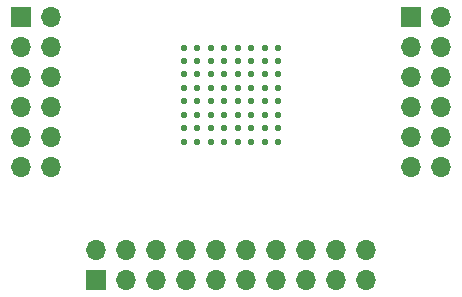
<source format=gbs>
G04 #@! TF.GenerationSoftware,KiCad,Pcbnew,(5.1.6)-1*
G04 #@! TF.CreationDate,2021-04-25T19:25:53-07:00*
G04 #@! TF.ProjectId,scum3c-devboard,7363756d-3363-42d6-9465-76626f617264,rev?*
G04 #@! TF.SameCoordinates,Original*
G04 #@! TF.FileFunction,Soldermask,Bot*
G04 #@! TF.FilePolarity,Negative*
%FSLAX46Y46*%
G04 Gerber Fmt 4.6, Leading zero omitted, Abs format (unit mm)*
G04 Created by KiCad (PCBNEW (5.1.6)-1) date 2021-04-25 19:25:53*
%MOMM*%
%LPD*%
G01*
G04 APERTURE LIST*
%ADD10O,1.700000X1.700000*%
%ADD11R,1.700000X1.700000*%
%ADD12C,0.568750*%
G04 APERTURE END LIST*
D10*
G04 #@! TO.C,J2*
X144145000Y-96520000D03*
X141605000Y-96520000D03*
X144145000Y-93980000D03*
X141605000Y-93980000D03*
X144145000Y-91440000D03*
X141605000Y-91440000D03*
X144145000Y-88900000D03*
X141605000Y-88900000D03*
X144145000Y-86360000D03*
X141605000Y-86360000D03*
X144145000Y-83820000D03*
D11*
X141605000Y-83820000D03*
G04 #@! TD*
D10*
G04 #@! TO.C,J1*
X111125000Y-96520000D03*
X108585000Y-96520000D03*
X111125000Y-93980000D03*
X108585000Y-93980000D03*
X111125000Y-91440000D03*
X108585000Y-91440000D03*
X111125000Y-88900000D03*
X108585000Y-88900000D03*
X111125000Y-86360000D03*
X108585000Y-86360000D03*
X111125000Y-83820000D03*
D11*
X108585000Y-83820000D03*
G04 #@! TD*
D10*
G04 #@! TO.C,J3*
X137795000Y-103505000D03*
X137795000Y-106045000D03*
X135255000Y-103505000D03*
X135255000Y-106045000D03*
X132715000Y-103505000D03*
X132715000Y-106045000D03*
X130175000Y-103505000D03*
X130175000Y-106045000D03*
X127635000Y-103505000D03*
X127635000Y-106045000D03*
X125095000Y-103505000D03*
X125095000Y-106045000D03*
X122555000Y-103505000D03*
X122555000Y-106045000D03*
X120015000Y-103505000D03*
X120015000Y-106045000D03*
X117475000Y-103505000D03*
X117475000Y-106045000D03*
X114935000Y-103505000D03*
D11*
X114935000Y-106045000D03*
G04 #@! TD*
D12*
G04 #@! TO.C,U8*
X122383750Y-86373750D03*
X122383750Y-87511250D03*
X122383750Y-88648750D03*
X122383750Y-89786250D03*
X122383750Y-90923750D03*
X122383750Y-92061250D03*
X122383750Y-93198750D03*
X122383750Y-94336250D03*
X123521250Y-86373750D03*
X123521250Y-87511250D03*
X123521250Y-88648750D03*
X123521250Y-89786250D03*
X123521250Y-90923750D03*
X123521250Y-92061250D03*
X123521250Y-93198750D03*
X123521250Y-94336250D03*
X124658750Y-86373750D03*
X124658750Y-87511250D03*
X124658750Y-88648750D03*
X124658750Y-89786250D03*
X124658750Y-90923750D03*
X124658750Y-92061250D03*
X124658750Y-93198750D03*
X124658750Y-94336250D03*
X125796250Y-86373750D03*
X125796250Y-87511250D03*
X125796250Y-88648750D03*
X125796250Y-89786250D03*
X125796250Y-90923750D03*
X125796250Y-92061250D03*
X125796250Y-93198750D03*
X125796250Y-94336250D03*
X126933750Y-86373750D03*
X126933750Y-87511250D03*
X126933750Y-88648750D03*
X126933750Y-89786250D03*
X126933750Y-90923750D03*
X126933750Y-92061250D03*
X126933750Y-93198750D03*
X126933750Y-94336250D03*
X128071250Y-86373750D03*
X128071250Y-87511250D03*
X128071250Y-88648750D03*
X128071250Y-89786250D03*
X128071250Y-90923750D03*
X128071250Y-92061250D03*
X128071250Y-93198750D03*
X128071250Y-94336250D03*
X129208750Y-86373750D03*
X129208750Y-87511250D03*
X129208750Y-88648750D03*
X129208750Y-89786250D03*
X129208750Y-90923750D03*
X129208750Y-92061250D03*
X129208750Y-93198750D03*
X129208750Y-94336250D03*
X130346250Y-86373750D03*
X130346250Y-87511250D03*
X130346250Y-88648750D03*
X130346250Y-89786250D03*
X130346250Y-90923750D03*
X130346250Y-92061250D03*
X130346250Y-93198750D03*
X130346250Y-94336250D03*
G04 #@! TD*
M02*

</source>
